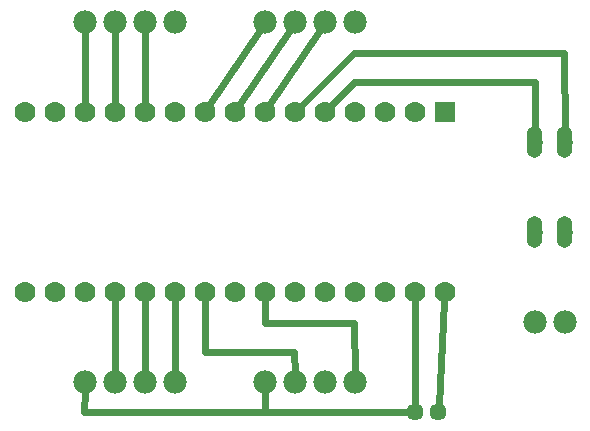
<source format=gtl>
G04 MADE WITH FRITZING*
G04 WWW.FRITZING.ORG*
G04 DOUBLE SIDED*
G04 HOLES PLATED*
G04 CONTOUR ON CENTER OF CONTOUR VECTOR*
%ASAXBY*%
%FSLAX23Y23*%
%MOIN*%
%OFA0B0*%
%SFA1.0B1.0*%
%ADD10C,0.070000*%
%ADD11C,0.078000*%
%ADD12C,0.057000*%
%ADD13C,0.052000*%
%ADD14R,0.070000X0.069972*%
%ADD15C,0.024000*%
%ADD16R,0.001000X0.001000*%
%LNCOPPER1*%
G90*
G70*
G54D10*
X1605Y1103D03*
X1505Y1103D03*
X1405Y1103D03*
X1305Y1103D03*
X1205Y1103D03*
X1105Y1103D03*
X1005Y1103D03*
X905Y1103D03*
X805Y1103D03*
X705Y1103D03*
X605Y1103D03*
X505Y1103D03*
X405Y1103D03*
X305Y1103D03*
X205Y1103D03*
X1605Y503D03*
X1505Y503D03*
X1405Y503D03*
X1305Y503D03*
X1205Y503D03*
X1105Y503D03*
X1005Y503D03*
X905Y503D03*
X805Y503D03*
X705Y503D03*
X605Y503D03*
X505Y503D03*
X405Y503D03*
X305Y503D03*
X205Y503D03*
G54D11*
X705Y1403D03*
X605Y1403D03*
X505Y1403D03*
X405Y1403D03*
X1305Y1403D03*
X1205Y1403D03*
X1105Y1403D03*
X1005Y1403D03*
X1305Y203D03*
X1205Y203D03*
X1105Y203D03*
X1005Y203D03*
X705Y203D03*
X605Y203D03*
X505Y203D03*
X405Y203D03*
G54D12*
X1505Y103D03*
X1584Y103D03*
X1505Y103D03*
X1584Y103D03*
G54D11*
X1905Y403D03*
X2005Y403D03*
G54D13*
X1905Y703D03*
X2005Y703D03*
X2005Y1003D03*
X1905Y1003D03*
X1905Y703D03*
X2005Y703D03*
X2005Y1003D03*
X1905Y1003D03*
G54D14*
X1605Y1103D03*
G54D15*
X505Y233D02*
X505Y474D01*
D02*
X605Y233D02*
X605Y474D01*
D02*
X705Y233D02*
X705Y474D01*
D02*
X1105Y233D02*
X1103Y303D01*
D02*
X805Y303D02*
X805Y474D01*
D02*
X1103Y303D02*
X805Y303D01*
D02*
X1304Y401D02*
X1005Y401D01*
D02*
X1005Y401D02*
X1005Y474D01*
D02*
X1305Y233D02*
X1304Y401D01*
D02*
X1505Y474D02*
X1505Y128D01*
D02*
X1604Y474D02*
X1585Y128D01*
D02*
X405Y1373D02*
X405Y1132D01*
D02*
X505Y1373D02*
X505Y1132D01*
D02*
X605Y1373D02*
X605Y1132D01*
D02*
X1005Y102D02*
X1480Y103D01*
D02*
X1005Y173D02*
X1005Y102D01*
D02*
X1480Y103D02*
X403Y102D01*
D02*
X403Y102D02*
X405Y173D01*
D02*
X1021Y1127D02*
X1189Y1378D01*
D02*
X821Y1127D02*
X989Y1378D01*
D02*
X921Y1127D02*
X1089Y1378D01*
D02*
X1304Y1203D02*
X1226Y1124D01*
D02*
X1905Y1203D02*
X1304Y1203D01*
D02*
X1905Y1030D02*
X1905Y1203D01*
D02*
X2003Y1301D02*
X1304Y1301D01*
D02*
X1304Y1301D02*
X1126Y1124D01*
D02*
X2005Y1030D02*
X2003Y1301D01*
G54D16*
X1899Y1055D02*
X1910Y1055D01*
X1999Y1055D02*
X2010Y1055D01*
X1896Y1054D02*
X1913Y1054D01*
X1996Y1054D02*
X2013Y1054D01*
X1893Y1053D02*
X1915Y1053D01*
X1993Y1053D02*
X2015Y1053D01*
X1892Y1052D02*
X1917Y1052D01*
X1992Y1052D02*
X2017Y1052D01*
X1890Y1051D02*
X1919Y1051D01*
X1990Y1051D02*
X2019Y1051D01*
X1889Y1050D02*
X1920Y1050D01*
X1989Y1050D02*
X2020Y1050D01*
X1887Y1049D02*
X1921Y1049D01*
X1987Y1049D02*
X2021Y1049D01*
X1886Y1048D02*
X1922Y1048D01*
X1986Y1048D02*
X2022Y1048D01*
X1885Y1047D02*
X1923Y1047D01*
X1985Y1047D02*
X2023Y1047D01*
X1885Y1046D02*
X1924Y1046D01*
X1985Y1046D02*
X2024Y1046D01*
X1884Y1045D02*
X1925Y1045D01*
X1984Y1045D02*
X2025Y1045D01*
X1883Y1044D02*
X1925Y1044D01*
X1983Y1044D02*
X2025Y1044D01*
X1883Y1043D02*
X1926Y1043D01*
X1982Y1043D02*
X2026Y1043D01*
X1882Y1042D02*
X1926Y1042D01*
X1982Y1042D02*
X2026Y1042D01*
X1881Y1041D02*
X1927Y1041D01*
X1981Y1041D02*
X2027Y1041D01*
X1881Y1040D02*
X1928Y1040D01*
X1981Y1040D02*
X2028Y1040D01*
X1881Y1039D02*
X1928Y1039D01*
X1980Y1039D02*
X2028Y1039D01*
X1880Y1038D02*
X1928Y1038D01*
X1980Y1038D02*
X2028Y1038D01*
X1880Y1037D02*
X1929Y1037D01*
X1980Y1037D02*
X2029Y1037D01*
X1880Y1036D02*
X1929Y1036D01*
X1980Y1036D02*
X2029Y1036D01*
X1879Y1035D02*
X1929Y1035D01*
X1979Y1035D02*
X2029Y1035D01*
X1879Y1034D02*
X1929Y1034D01*
X1979Y1034D02*
X2029Y1034D01*
X1879Y1033D02*
X1929Y1033D01*
X1979Y1033D02*
X2029Y1033D01*
X1879Y1032D02*
X1930Y1032D01*
X1979Y1032D02*
X2030Y1032D01*
X1879Y1031D02*
X1930Y1031D01*
X1979Y1031D02*
X2030Y1031D01*
X1879Y1030D02*
X1930Y1030D01*
X1979Y1030D02*
X2030Y1030D01*
X1879Y1029D02*
X1930Y1029D01*
X1979Y1029D02*
X2030Y1029D01*
X1879Y1028D02*
X1930Y1028D01*
X1979Y1028D02*
X2030Y1028D01*
X1879Y1027D02*
X1930Y1027D01*
X1979Y1027D02*
X2030Y1027D01*
X1879Y1026D02*
X1930Y1026D01*
X1979Y1026D02*
X2030Y1026D01*
X1879Y1025D02*
X1930Y1025D01*
X1979Y1025D02*
X2030Y1025D01*
X1879Y1024D02*
X1930Y1024D01*
X1979Y1024D02*
X2030Y1024D01*
X1879Y1023D02*
X1930Y1023D01*
X1979Y1023D02*
X2030Y1023D01*
X1879Y1022D02*
X1930Y1022D01*
X1979Y1022D02*
X2030Y1022D01*
X1879Y1021D02*
X1930Y1021D01*
X1979Y1021D02*
X2030Y1021D01*
X1879Y1020D02*
X1930Y1020D01*
X1979Y1020D02*
X2030Y1020D01*
X1879Y1019D02*
X1899Y1019D01*
X1909Y1019D02*
X1930Y1019D01*
X1979Y1019D02*
X1999Y1019D01*
X2009Y1019D02*
X2030Y1019D01*
X1879Y1018D02*
X1897Y1018D01*
X1912Y1018D02*
X1930Y1018D01*
X1979Y1018D02*
X1997Y1018D01*
X2012Y1018D02*
X2030Y1018D01*
X1879Y1017D02*
X1895Y1017D01*
X1914Y1017D02*
X1930Y1017D01*
X1979Y1017D02*
X1995Y1017D01*
X2014Y1017D02*
X2030Y1017D01*
X1879Y1016D02*
X1894Y1016D01*
X1915Y1016D02*
X1930Y1016D01*
X1979Y1016D02*
X1994Y1016D01*
X2015Y1016D02*
X2030Y1016D01*
X1879Y1015D02*
X1892Y1015D01*
X1916Y1015D02*
X1930Y1015D01*
X1979Y1015D02*
X1992Y1015D01*
X2016Y1015D02*
X2030Y1015D01*
X1879Y1014D02*
X1892Y1014D01*
X1917Y1014D02*
X1930Y1014D01*
X1979Y1014D02*
X1992Y1014D01*
X2017Y1014D02*
X2030Y1014D01*
X1879Y1013D02*
X1891Y1013D01*
X1918Y1013D02*
X1930Y1013D01*
X1979Y1013D02*
X1991Y1013D01*
X2018Y1013D02*
X2030Y1013D01*
X1879Y1012D02*
X1890Y1012D01*
X1918Y1012D02*
X1930Y1012D01*
X1979Y1012D02*
X1990Y1012D01*
X2018Y1012D02*
X2030Y1012D01*
X1879Y1011D02*
X1890Y1011D01*
X1919Y1011D02*
X1930Y1011D01*
X1979Y1011D02*
X1990Y1011D01*
X2019Y1011D02*
X2030Y1011D01*
X1879Y1010D02*
X1889Y1010D01*
X1919Y1010D02*
X1930Y1010D01*
X1979Y1010D02*
X1989Y1010D01*
X2019Y1010D02*
X2030Y1010D01*
X1879Y1009D02*
X1889Y1009D01*
X1920Y1009D02*
X1930Y1009D01*
X1979Y1009D02*
X1989Y1009D01*
X2020Y1009D02*
X2030Y1009D01*
X1879Y1008D02*
X1888Y1008D01*
X1920Y1008D02*
X1930Y1008D01*
X1979Y1008D02*
X1988Y1008D01*
X2020Y1008D02*
X2030Y1008D01*
X1879Y1007D02*
X1888Y1007D01*
X1920Y1007D02*
X1930Y1007D01*
X1979Y1007D02*
X1988Y1007D01*
X2020Y1007D02*
X2030Y1007D01*
X1879Y1006D02*
X1888Y1006D01*
X1920Y1006D02*
X1930Y1006D01*
X1979Y1006D02*
X1988Y1006D01*
X2020Y1006D02*
X2030Y1006D01*
X1879Y1005D02*
X1888Y1005D01*
X1921Y1005D02*
X1930Y1005D01*
X1979Y1005D02*
X1988Y1005D01*
X2021Y1005D02*
X2030Y1005D01*
X1879Y1004D02*
X1888Y1004D01*
X1921Y1004D02*
X1930Y1004D01*
X1979Y1004D02*
X1988Y1004D01*
X2021Y1004D02*
X2030Y1004D01*
X1879Y1003D02*
X1888Y1003D01*
X1921Y1003D02*
X1930Y1003D01*
X1979Y1003D02*
X1988Y1003D01*
X2021Y1003D02*
X2030Y1003D01*
X1879Y1002D02*
X1888Y1002D01*
X1921Y1002D02*
X1930Y1002D01*
X1979Y1002D02*
X1988Y1002D01*
X2021Y1002D02*
X2030Y1002D01*
X1879Y1001D02*
X1888Y1001D01*
X1920Y1001D02*
X1930Y1001D01*
X1979Y1001D02*
X1988Y1001D01*
X2020Y1001D02*
X2030Y1001D01*
X1879Y1000D02*
X1888Y1000D01*
X1920Y1000D02*
X1930Y1000D01*
X1979Y1000D02*
X1988Y1000D01*
X2020Y1000D02*
X2030Y1000D01*
X1879Y999D02*
X1889Y999D01*
X1920Y999D02*
X1930Y999D01*
X1979Y999D02*
X1988Y999D01*
X2020Y999D02*
X2030Y999D01*
X1879Y998D02*
X1889Y998D01*
X1920Y998D02*
X1930Y998D01*
X1979Y998D02*
X1989Y998D01*
X2020Y998D02*
X2030Y998D01*
X1879Y997D02*
X1889Y997D01*
X1919Y997D02*
X1930Y997D01*
X1979Y997D02*
X1989Y997D01*
X2019Y997D02*
X2030Y997D01*
X1879Y996D02*
X1890Y996D01*
X1919Y996D02*
X1930Y996D01*
X1979Y996D02*
X1990Y996D01*
X2019Y996D02*
X2030Y996D01*
X1879Y995D02*
X1890Y995D01*
X1918Y995D02*
X1930Y995D01*
X1979Y995D02*
X1990Y995D01*
X2018Y995D02*
X2030Y995D01*
X1879Y994D02*
X1891Y994D01*
X1917Y994D02*
X1930Y994D01*
X1979Y994D02*
X1991Y994D01*
X2017Y994D02*
X2030Y994D01*
X1879Y993D02*
X1892Y993D01*
X1917Y993D02*
X1930Y993D01*
X1979Y993D02*
X1992Y993D01*
X2017Y993D02*
X2030Y993D01*
X1879Y992D02*
X1893Y992D01*
X1916Y992D02*
X1930Y992D01*
X1979Y992D02*
X1993Y992D01*
X2016Y992D02*
X2030Y992D01*
X1879Y991D02*
X1894Y991D01*
X1914Y991D02*
X1930Y991D01*
X1979Y991D02*
X1994Y991D01*
X2014Y991D02*
X2030Y991D01*
X1879Y990D02*
X1896Y990D01*
X1913Y990D02*
X1930Y990D01*
X1979Y990D02*
X1996Y990D01*
X2013Y990D02*
X2030Y990D01*
X1879Y989D02*
X1897Y989D01*
X1911Y989D02*
X1930Y989D01*
X1979Y989D02*
X1997Y989D01*
X2011Y989D02*
X2030Y989D01*
X1879Y988D02*
X1901Y988D01*
X1908Y988D02*
X1930Y988D01*
X1979Y988D02*
X2001Y988D01*
X2008Y988D02*
X2030Y988D01*
X1879Y987D02*
X1930Y987D01*
X1979Y987D02*
X2030Y987D01*
X1879Y986D02*
X1930Y986D01*
X1979Y986D02*
X2030Y986D01*
X1879Y985D02*
X1930Y985D01*
X1979Y985D02*
X2030Y985D01*
X1879Y984D02*
X1930Y984D01*
X1979Y984D02*
X2030Y984D01*
X1879Y983D02*
X1930Y983D01*
X1979Y983D02*
X2030Y983D01*
X1879Y982D02*
X1930Y982D01*
X1979Y982D02*
X2030Y982D01*
X1879Y981D02*
X1930Y981D01*
X1979Y981D02*
X2030Y981D01*
X1879Y980D02*
X1930Y980D01*
X1979Y980D02*
X2030Y980D01*
X1879Y979D02*
X1930Y979D01*
X1979Y979D02*
X2030Y979D01*
X1879Y978D02*
X1930Y978D01*
X1979Y978D02*
X2030Y978D01*
X1879Y977D02*
X1930Y977D01*
X1979Y977D02*
X2030Y977D01*
X1879Y976D02*
X1930Y976D01*
X1979Y976D02*
X2030Y976D01*
X1879Y975D02*
X1930Y975D01*
X1979Y975D02*
X2030Y975D01*
X1879Y974D02*
X1929Y974D01*
X1979Y974D02*
X2029Y974D01*
X1879Y973D02*
X1929Y973D01*
X1979Y973D02*
X2029Y973D01*
X1879Y972D02*
X1929Y972D01*
X1979Y972D02*
X2029Y972D01*
X1880Y971D02*
X1929Y971D01*
X1980Y971D02*
X2029Y971D01*
X1880Y970D02*
X1929Y970D01*
X1980Y970D02*
X2029Y970D01*
X1880Y969D02*
X1928Y969D01*
X1980Y969D02*
X2028Y969D01*
X1881Y968D02*
X1928Y968D01*
X1981Y968D02*
X2028Y968D01*
X1881Y967D02*
X1927Y967D01*
X1981Y967D02*
X2027Y967D01*
X1882Y966D02*
X1927Y966D01*
X1982Y966D02*
X2027Y966D01*
X1882Y965D02*
X1926Y965D01*
X1982Y965D02*
X2026Y965D01*
X1883Y964D02*
X1926Y964D01*
X1983Y964D02*
X2026Y964D01*
X1883Y963D02*
X1925Y963D01*
X1983Y963D02*
X2025Y963D01*
X1884Y962D02*
X1924Y962D01*
X1984Y962D02*
X2024Y962D01*
X1885Y961D02*
X1924Y961D01*
X1985Y961D02*
X2024Y961D01*
X1886Y960D02*
X1923Y960D01*
X1986Y960D02*
X2023Y960D01*
X1887Y959D02*
X1922Y959D01*
X1987Y959D02*
X2022Y959D01*
X1888Y958D02*
X1921Y958D01*
X1988Y958D02*
X2021Y958D01*
X1889Y957D02*
X1919Y957D01*
X1989Y957D02*
X2019Y957D01*
X1890Y956D02*
X1918Y956D01*
X1990Y956D02*
X2018Y956D01*
X1892Y955D02*
X1916Y955D01*
X1992Y955D02*
X2016Y955D01*
X1894Y954D02*
X1914Y954D01*
X1994Y954D02*
X2014Y954D01*
X1897Y953D02*
X1912Y953D01*
X1997Y953D02*
X2012Y953D01*
X1901Y952D02*
X1908Y952D01*
X2001Y952D02*
X2008Y952D01*
X1899Y755D02*
X1910Y755D01*
X1999Y755D02*
X2010Y755D01*
X1896Y754D02*
X1913Y754D01*
X1996Y754D02*
X2013Y754D01*
X1893Y753D02*
X1915Y753D01*
X1993Y753D02*
X2015Y753D01*
X1892Y752D02*
X1917Y752D01*
X1992Y752D02*
X2017Y752D01*
X1890Y751D02*
X1919Y751D01*
X1990Y751D02*
X2019Y751D01*
X1889Y750D02*
X1920Y750D01*
X1989Y750D02*
X2020Y750D01*
X1887Y749D02*
X1921Y749D01*
X1987Y749D02*
X2021Y749D01*
X1886Y748D02*
X1922Y748D01*
X1986Y748D02*
X2022Y748D01*
X1885Y747D02*
X1923Y747D01*
X1985Y747D02*
X2023Y747D01*
X1885Y746D02*
X1924Y746D01*
X1985Y746D02*
X2024Y746D01*
X1884Y745D02*
X1925Y745D01*
X1984Y745D02*
X2025Y745D01*
X1883Y744D02*
X1925Y744D01*
X1983Y744D02*
X2025Y744D01*
X1883Y743D02*
X1926Y743D01*
X1982Y743D02*
X2026Y743D01*
X1882Y742D02*
X1926Y742D01*
X1982Y742D02*
X2026Y742D01*
X1881Y741D02*
X1927Y741D01*
X1981Y741D02*
X2027Y741D01*
X1881Y740D02*
X1928Y740D01*
X1981Y740D02*
X2028Y740D01*
X1881Y739D02*
X1928Y739D01*
X1980Y739D02*
X2028Y739D01*
X1880Y738D02*
X1928Y738D01*
X1980Y738D02*
X2028Y738D01*
X1880Y737D02*
X1929Y737D01*
X1980Y737D02*
X2029Y737D01*
X1880Y736D02*
X1929Y736D01*
X1980Y736D02*
X2029Y736D01*
X1879Y735D02*
X1929Y735D01*
X1979Y735D02*
X2029Y735D01*
X1879Y734D02*
X1929Y734D01*
X1979Y734D02*
X2029Y734D01*
X1879Y733D02*
X1929Y733D01*
X1979Y733D02*
X2029Y733D01*
X1879Y732D02*
X1930Y732D01*
X1979Y732D02*
X2030Y732D01*
X1879Y731D02*
X1930Y731D01*
X1979Y731D02*
X2030Y731D01*
X1879Y730D02*
X1930Y730D01*
X1979Y730D02*
X2030Y730D01*
X1879Y729D02*
X1930Y729D01*
X1979Y729D02*
X2030Y729D01*
X1879Y728D02*
X1930Y728D01*
X1979Y728D02*
X2030Y728D01*
X1879Y727D02*
X1930Y727D01*
X1979Y727D02*
X2030Y727D01*
X1879Y726D02*
X1930Y726D01*
X1979Y726D02*
X2030Y726D01*
X1879Y725D02*
X1930Y725D01*
X1979Y725D02*
X2030Y725D01*
X1879Y724D02*
X1930Y724D01*
X1979Y724D02*
X2030Y724D01*
X1879Y723D02*
X1930Y723D01*
X1979Y723D02*
X2030Y723D01*
X1879Y722D02*
X1930Y722D01*
X1979Y722D02*
X2030Y722D01*
X1879Y721D02*
X1930Y721D01*
X1979Y721D02*
X2030Y721D01*
X1879Y720D02*
X1930Y720D01*
X1979Y720D02*
X2030Y720D01*
X1879Y719D02*
X1899Y719D01*
X1909Y719D02*
X1930Y719D01*
X1979Y719D02*
X1999Y719D01*
X2009Y719D02*
X2030Y719D01*
X1879Y718D02*
X1897Y718D01*
X1912Y718D02*
X1930Y718D01*
X1979Y718D02*
X1997Y718D01*
X2012Y718D02*
X2030Y718D01*
X1879Y717D02*
X1895Y717D01*
X1914Y717D02*
X1930Y717D01*
X1979Y717D02*
X1995Y717D01*
X2014Y717D02*
X2030Y717D01*
X1879Y716D02*
X1894Y716D01*
X1915Y716D02*
X1930Y716D01*
X1979Y716D02*
X1994Y716D01*
X2015Y716D02*
X2030Y716D01*
X1879Y715D02*
X1892Y715D01*
X1916Y715D02*
X1930Y715D01*
X1979Y715D02*
X1992Y715D01*
X2016Y715D02*
X2030Y715D01*
X1879Y714D02*
X1892Y714D01*
X1917Y714D02*
X1930Y714D01*
X1979Y714D02*
X1992Y714D01*
X2017Y714D02*
X2030Y714D01*
X1879Y713D02*
X1891Y713D01*
X1918Y713D02*
X1930Y713D01*
X1979Y713D02*
X1991Y713D01*
X2018Y713D02*
X2030Y713D01*
X1879Y712D02*
X1890Y712D01*
X1918Y712D02*
X1930Y712D01*
X1979Y712D02*
X1990Y712D01*
X2018Y712D02*
X2030Y712D01*
X1879Y711D02*
X1890Y711D01*
X1919Y711D02*
X1930Y711D01*
X1979Y711D02*
X1990Y711D01*
X2019Y711D02*
X2030Y711D01*
X1879Y710D02*
X1889Y710D01*
X1919Y710D02*
X1930Y710D01*
X1979Y710D02*
X1989Y710D01*
X2019Y710D02*
X2030Y710D01*
X1879Y709D02*
X1889Y709D01*
X1920Y709D02*
X1930Y709D01*
X1979Y709D02*
X1989Y709D01*
X2020Y709D02*
X2030Y709D01*
X1879Y708D02*
X1888Y708D01*
X1920Y708D02*
X1930Y708D01*
X1979Y708D02*
X1988Y708D01*
X2020Y708D02*
X2030Y708D01*
X1879Y707D02*
X1888Y707D01*
X1920Y707D02*
X1930Y707D01*
X1979Y707D02*
X1988Y707D01*
X2020Y707D02*
X2030Y707D01*
X1879Y706D02*
X1888Y706D01*
X1920Y706D02*
X1930Y706D01*
X1979Y706D02*
X1988Y706D01*
X2020Y706D02*
X2030Y706D01*
X1879Y705D02*
X1888Y705D01*
X1921Y705D02*
X1930Y705D01*
X1979Y705D02*
X1988Y705D01*
X2021Y705D02*
X2030Y705D01*
X1879Y704D02*
X1888Y704D01*
X1921Y704D02*
X1930Y704D01*
X1979Y704D02*
X1988Y704D01*
X2021Y704D02*
X2030Y704D01*
X1879Y703D02*
X1888Y703D01*
X1921Y703D02*
X1930Y703D01*
X1979Y703D02*
X1988Y703D01*
X2021Y703D02*
X2030Y703D01*
X1879Y702D02*
X1888Y702D01*
X1921Y702D02*
X1930Y702D01*
X1979Y702D02*
X1988Y702D01*
X2021Y702D02*
X2030Y702D01*
X1879Y701D02*
X1888Y701D01*
X1920Y701D02*
X1930Y701D01*
X1979Y701D02*
X1988Y701D01*
X2020Y701D02*
X2030Y701D01*
X1879Y700D02*
X1888Y700D01*
X1920Y700D02*
X1930Y700D01*
X1979Y700D02*
X1988Y700D01*
X2020Y700D02*
X2030Y700D01*
X1879Y699D02*
X1889Y699D01*
X1920Y699D02*
X1930Y699D01*
X1979Y699D02*
X1988Y699D01*
X2020Y699D02*
X2030Y699D01*
X1879Y698D02*
X1889Y698D01*
X1920Y698D02*
X1930Y698D01*
X1979Y698D02*
X1989Y698D01*
X2020Y698D02*
X2030Y698D01*
X1879Y697D02*
X1889Y697D01*
X1919Y697D02*
X1930Y697D01*
X1979Y697D02*
X1989Y697D01*
X2019Y697D02*
X2030Y697D01*
X1879Y696D02*
X1890Y696D01*
X1919Y696D02*
X1930Y696D01*
X1979Y696D02*
X1990Y696D01*
X2019Y696D02*
X2030Y696D01*
X1879Y695D02*
X1890Y695D01*
X1918Y695D02*
X1930Y695D01*
X1979Y695D02*
X1990Y695D01*
X2018Y695D02*
X2030Y695D01*
X1879Y694D02*
X1891Y694D01*
X1917Y694D02*
X1930Y694D01*
X1979Y694D02*
X1991Y694D01*
X2017Y694D02*
X2030Y694D01*
X1879Y693D02*
X1892Y693D01*
X1917Y693D02*
X1930Y693D01*
X1979Y693D02*
X1992Y693D01*
X2017Y693D02*
X2030Y693D01*
X1879Y692D02*
X1893Y692D01*
X1916Y692D02*
X1930Y692D01*
X1979Y692D02*
X1993Y692D01*
X2016Y692D02*
X2030Y692D01*
X1879Y691D02*
X1894Y691D01*
X1914Y691D02*
X1930Y691D01*
X1979Y691D02*
X1994Y691D01*
X2014Y691D02*
X2030Y691D01*
X1879Y690D02*
X1896Y690D01*
X1913Y690D02*
X1930Y690D01*
X1979Y690D02*
X1996Y690D01*
X2013Y690D02*
X2030Y690D01*
X1879Y689D02*
X1897Y689D01*
X1911Y689D02*
X1930Y689D01*
X1979Y689D02*
X1997Y689D01*
X2011Y689D02*
X2030Y689D01*
X1879Y688D02*
X1901Y688D01*
X1908Y688D02*
X1930Y688D01*
X1979Y688D02*
X2001Y688D01*
X2008Y688D02*
X2030Y688D01*
X1879Y687D02*
X1930Y687D01*
X1979Y687D02*
X2030Y687D01*
X1879Y686D02*
X1930Y686D01*
X1979Y686D02*
X2030Y686D01*
X1879Y685D02*
X1930Y685D01*
X1979Y685D02*
X2030Y685D01*
X1879Y684D02*
X1930Y684D01*
X1979Y684D02*
X2030Y684D01*
X1879Y683D02*
X1930Y683D01*
X1979Y683D02*
X2030Y683D01*
X1879Y682D02*
X1930Y682D01*
X1979Y682D02*
X2030Y682D01*
X1879Y681D02*
X1930Y681D01*
X1979Y681D02*
X2030Y681D01*
X1879Y680D02*
X1930Y680D01*
X1979Y680D02*
X2030Y680D01*
X1879Y679D02*
X1930Y679D01*
X1979Y679D02*
X2030Y679D01*
X1879Y678D02*
X1930Y678D01*
X1979Y678D02*
X2030Y678D01*
X1879Y677D02*
X1930Y677D01*
X1979Y677D02*
X2030Y677D01*
X1879Y676D02*
X1930Y676D01*
X1979Y676D02*
X2030Y676D01*
X1879Y675D02*
X1930Y675D01*
X1979Y675D02*
X2030Y675D01*
X1879Y674D02*
X1929Y674D01*
X1979Y674D02*
X2029Y674D01*
X1879Y673D02*
X1929Y673D01*
X1979Y673D02*
X2029Y673D01*
X1879Y672D02*
X1929Y672D01*
X1979Y672D02*
X2029Y672D01*
X1880Y671D02*
X1929Y671D01*
X1980Y671D02*
X2029Y671D01*
X1880Y670D02*
X1929Y670D01*
X1980Y670D02*
X2029Y670D01*
X1880Y669D02*
X1928Y669D01*
X1980Y669D02*
X2028Y669D01*
X1881Y668D02*
X1928Y668D01*
X1981Y668D02*
X2028Y668D01*
X1881Y667D02*
X1927Y667D01*
X1981Y667D02*
X2027Y667D01*
X1882Y666D02*
X1927Y666D01*
X1982Y666D02*
X2027Y666D01*
X1882Y665D02*
X1926Y665D01*
X1982Y665D02*
X2026Y665D01*
X1883Y664D02*
X1926Y664D01*
X1983Y664D02*
X2026Y664D01*
X1883Y663D02*
X1925Y663D01*
X1983Y663D02*
X2025Y663D01*
X1884Y662D02*
X1924Y662D01*
X1984Y662D02*
X2024Y662D01*
X1885Y661D02*
X1924Y661D01*
X1985Y661D02*
X2024Y661D01*
X1886Y660D02*
X1923Y660D01*
X1986Y660D02*
X2023Y660D01*
X1887Y659D02*
X1922Y659D01*
X1987Y659D02*
X2022Y659D01*
X1888Y658D02*
X1921Y658D01*
X1988Y658D02*
X2021Y658D01*
X1889Y657D02*
X1919Y657D01*
X1989Y657D02*
X2019Y657D01*
X1890Y656D02*
X1918Y656D01*
X1990Y656D02*
X2018Y656D01*
X1892Y655D02*
X1916Y655D01*
X1992Y655D02*
X2016Y655D01*
X1894Y654D02*
X1914Y654D01*
X1994Y654D02*
X2014Y654D01*
X1897Y653D02*
X1912Y653D01*
X1997Y653D02*
X2012Y653D01*
X1901Y652D02*
X1908Y652D01*
X2001Y652D02*
X2008Y652D01*
D02*
G04 End of Copper1*
M02*
</source>
